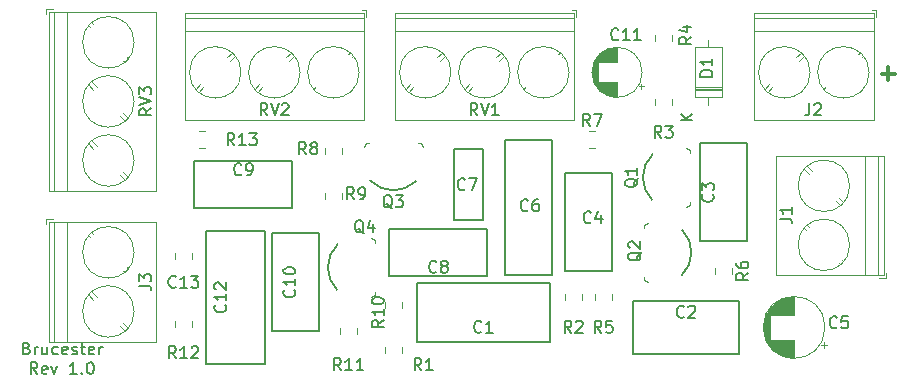
<source format=gto>
G04 #@! TF.GenerationSoftware,KiCad,Pcbnew,(5.1.0-0)*
G04 #@! TF.CreationDate,2019-04-22T20:51:24-05:00*
G04 #@! TF.ProjectId,Brucester,42727563-6573-4746-9572-2e6b69636164,rev?*
G04 #@! TF.SameCoordinates,Original*
G04 #@! TF.FileFunction,Legend,Top*
G04 #@! TF.FilePolarity,Positive*
%FSLAX46Y46*%
G04 Gerber Fmt 4.6, Leading zero omitted, Abs format (unit mm)*
G04 Created by KiCad (PCBNEW (5.1.0-0)) date 2019-04-22 20:51:24*
%MOMM*%
%LPD*%
G04 APERTURE LIST*
%ADD10C,0.150000*%
%ADD11C,0.300000*%
%ADD12C,0.200000*%
%ADD13C,0.120000*%
%ADD14C,0.100000*%
G04 APERTURE END LIST*
D10*
X128341809Y-106545571D02*
X128484666Y-106593190D01*
X128532285Y-106640809D01*
X128579904Y-106736047D01*
X128579904Y-106878904D01*
X128532285Y-106974142D01*
X128484666Y-107021761D01*
X128389428Y-107069380D01*
X128008476Y-107069380D01*
X128008476Y-106069380D01*
X128341809Y-106069380D01*
X128437047Y-106117000D01*
X128484666Y-106164619D01*
X128532285Y-106259857D01*
X128532285Y-106355095D01*
X128484666Y-106450333D01*
X128437047Y-106497952D01*
X128341809Y-106545571D01*
X128008476Y-106545571D01*
X129008476Y-107069380D02*
X129008476Y-106402714D01*
X129008476Y-106593190D02*
X129056095Y-106497952D01*
X129103714Y-106450333D01*
X129198952Y-106402714D01*
X129294190Y-106402714D01*
X130056095Y-106402714D02*
X130056095Y-107069380D01*
X129627523Y-106402714D02*
X129627523Y-106926523D01*
X129675142Y-107021761D01*
X129770380Y-107069380D01*
X129913238Y-107069380D01*
X130008476Y-107021761D01*
X130056095Y-106974142D01*
X130960857Y-107021761D02*
X130865619Y-107069380D01*
X130675142Y-107069380D01*
X130579904Y-107021761D01*
X130532285Y-106974142D01*
X130484666Y-106878904D01*
X130484666Y-106593190D01*
X130532285Y-106497952D01*
X130579904Y-106450333D01*
X130675142Y-106402714D01*
X130865619Y-106402714D01*
X130960857Y-106450333D01*
X131770380Y-107021761D02*
X131675142Y-107069380D01*
X131484666Y-107069380D01*
X131389428Y-107021761D01*
X131341809Y-106926523D01*
X131341809Y-106545571D01*
X131389428Y-106450333D01*
X131484666Y-106402714D01*
X131675142Y-106402714D01*
X131770380Y-106450333D01*
X131818000Y-106545571D01*
X131818000Y-106640809D01*
X131341809Y-106736047D01*
X132198952Y-107021761D02*
X132294190Y-107069380D01*
X132484666Y-107069380D01*
X132579904Y-107021761D01*
X132627523Y-106926523D01*
X132627523Y-106878904D01*
X132579904Y-106783666D01*
X132484666Y-106736047D01*
X132341809Y-106736047D01*
X132246571Y-106688428D01*
X132198952Y-106593190D01*
X132198952Y-106545571D01*
X132246571Y-106450333D01*
X132341809Y-106402714D01*
X132484666Y-106402714D01*
X132579904Y-106450333D01*
X132913238Y-106402714D02*
X133294190Y-106402714D01*
X133056095Y-106069380D02*
X133056095Y-106926523D01*
X133103714Y-107021761D01*
X133198952Y-107069380D01*
X133294190Y-107069380D01*
X134008476Y-107021761D02*
X133913238Y-107069380D01*
X133722761Y-107069380D01*
X133627523Y-107021761D01*
X133579904Y-106926523D01*
X133579904Y-106545571D01*
X133627523Y-106450333D01*
X133722761Y-106402714D01*
X133913238Y-106402714D01*
X134008476Y-106450333D01*
X134056095Y-106545571D01*
X134056095Y-106640809D01*
X133579904Y-106736047D01*
X134484666Y-107069380D02*
X134484666Y-106402714D01*
X134484666Y-106593190D02*
X134532285Y-106497952D01*
X134579904Y-106450333D01*
X134675142Y-106402714D01*
X134770380Y-106402714D01*
X129246571Y-108719380D02*
X128913238Y-108243190D01*
X128675142Y-108719380D02*
X128675142Y-107719380D01*
X129056095Y-107719380D01*
X129151333Y-107767000D01*
X129198952Y-107814619D01*
X129246571Y-107909857D01*
X129246571Y-108052714D01*
X129198952Y-108147952D01*
X129151333Y-108195571D01*
X129056095Y-108243190D01*
X128675142Y-108243190D01*
X130056095Y-108671761D02*
X129960857Y-108719380D01*
X129770380Y-108719380D01*
X129675142Y-108671761D01*
X129627523Y-108576523D01*
X129627523Y-108195571D01*
X129675142Y-108100333D01*
X129770380Y-108052714D01*
X129960857Y-108052714D01*
X130056095Y-108100333D01*
X130103714Y-108195571D01*
X130103714Y-108290809D01*
X129627523Y-108386047D01*
X130437047Y-108052714D02*
X130675142Y-108719380D01*
X130913238Y-108052714D01*
X132579904Y-108719380D02*
X132008476Y-108719380D01*
X132294190Y-108719380D02*
X132294190Y-107719380D01*
X132198952Y-107862238D01*
X132103714Y-107957476D01*
X132008476Y-108005095D01*
X133008476Y-108624142D02*
X133056095Y-108671761D01*
X133008476Y-108719380D01*
X132960857Y-108671761D01*
X133008476Y-108624142D01*
X133008476Y-108719380D01*
X133675142Y-107719380D02*
X133770380Y-107719380D01*
X133865619Y-107767000D01*
X133913238Y-107814619D01*
X133960857Y-107909857D01*
X134008476Y-108100333D01*
X134008476Y-108338428D01*
X133960857Y-108528904D01*
X133913238Y-108624142D01*
X133865619Y-108671761D01*
X133770380Y-108719380D01*
X133675142Y-108719380D01*
X133579904Y-108671761D01*
X133532285Y-108624142D01*
X133484666Y-108528904D01*
X133437047Y-108338428D01*
X133437047Y-108100333D01*
X133484666Y-107909857D01*
X133532285Y-107814619D01*
X133579904Y-107767000D01*
X133675142Y-107719380D01*
D11*
X200723571Y-83292142D02*
X201866428Y-83292142D01*
X201295000Y-83863571D02*
X201295000Y-82720714D01*
D12*
X172630000Y-106005000D02*
X172630000Y-101005000D01*
X161380000Y-106005000D02*
X161380000Y-101005000D01*
X172630000Y-106005000D02*
X161380000Y-106005000D01*
X172630000Y-101005000D02*
X161380000Y-101005000D01*
X188650000Y-102525000D02*
X188650000Y-107025000D01*
X179650000Y-102525000D02*
X179650000Y-107025000D01*
X188650000Y-107025000D02*
X179650000Y-107025000D01*
X188650000Y-102525000D02*
X179650000Y-102525000D01*
X189325000Y-97485000D02*
X185325000Y-97495000D01*
X185325000Y-97495000D02*
X185325000Y-89195000D01*
X189325000Y-89195000D02*
X185325000Y-89195000D01*
X189325000Y-89195000D02*
X189325000Y-97495000D01*
X177895000Y-91735000D02*
X177895000Y-100035000D01*
X177895000Y-91735000D02*
X173895000Y-91735000D01*
X173895000Y-100035000D02*
X173895000Y-91735000D01*
X177895000Y-100025000D02*
X173895000Y-100035000D01*
D13*
X195930000Y-104775000D02*
G75*
G03X195930000Y-104775000I-2620000J0D01*
G01*
X193310000Y-103735000D02*
X193310000Y-102195000D01*
X193310000Y-107355000D02*
X193310000Y-105815000D01*
X193270000Y-103735000D02*
X193270000Y-102195000D01*
X193270000Y-107355000D02*
X193270000Y-105815000D01*
X193230000Y-107354000D02*
X193230000Y-105815000D01*
X193230000Y-103735000D02*
X193230000Y-102196000D01*
X193190000Y-107353000D02*
X193190000Y-105815000D01*
X193190000Y-103735000D02*
X193190000Y-102197000D01*
X193150000Y-107351000D02*
X193150000Y-105815000D01*
X193150000Y-103735000D02*
X193150000Y-102199000D01*
X193110000Y-107348000D02*
X193110000Y-105815000D01*
X193110000Y-103735000D02*
X193110000Y-102202000D01*
X193070000Y-107344000D02*
X193070000Y-105815000D01*
X193070000Y-103735000D02*
X193070000Y-102206000D01*
X193030000Y-107340000D02*
X193030000Y-105815000D01*
X193030000Y-103735000D02*
X193030000Y-102210000D01*
X192990000Y-107336000D02*
X192990000Y-105815000D01*
X192990000Y-103735000D02*
X192990000Y-102214000D01*
X192950000Y-107331000D02*
X192950000Y-105815000D01*
X192950000Y-103735000D02*
X192950000Y-102219000D01*
X192910000Y-107325000D02*
X192910000Y-105815000D01*
X192910000Y-103735000D02*
X192910000Y-102225000D01*
X192870000Y-107318000D02*
X192870000Y-105815000D01*
X192870000Y-103735000D02*
X192870000Y-102232000D01*
X192830000Y-107311000D02*
X192830000Y-105815000D01*
X192830000Y-103735000D02*
X192830000Y-102239000D01*
X192790000Y-107303000D02*
X192790000Y-105815000D01*
X192790000Y-103735000D02*
X192790000Y-102247000D01*
X192750000Y-107295000D02*
X192750000Y-105815000D01*
X192750000Y-103735000D02*
X192750000Y-102255000D01*
X192710000Y-107286000D02*
X192710000Y-105815000D01*
X192710000Y-103735000D02*
X192710000Y-102264000D01*
X192670000Y-107276000D02*
X192670000Y-105815000D01*
X192670000Y-103735000D02*
X192670000Y-102274000D01*
X192630000Y-107266000D02*
X192630000Y-105815000D01*
X192630000Y-103735000D02*
X192630000Y-102284000D01*
X192589000Y-107255000D02*
X192589000Y-105815000D01*
X192589000Y-103735000D02*
X192589000Y-102295000D01*
X192549000Y-107243000D02*
X192549000Y-105815000D01*
X192549000Y-103735000D02*
X192549000Y-102307000D01*
X192509000Y-107230000D02*
X192509000Y-105815000D01*
X192509000Y-103735000D02*
X192509000Y-102320000D01*
X192469000Y-107217000D02*
X192469000Y-105815000D01*
X192469000Y-103735000D02*
X192469000Y-102333000D01*
X192429000Y-107203000D02*
X192429000Y-105815000D01*
X192429000Y-103735000D02*
X192429000Y-102347000D01*
X192389000Y-107189000D02*
X192389000Y-105815000D01*
X192389000Y-103735000D02*
X192389000Y-102361000D01*
X192349000Y-107173000D02*
X192349000Y-105815000D01*
X192349000Y-103735000D02*
X192349000Y-102377000D01*
X192309000Y-107157000D02*
X192309000Y-105815000D01*
X192309000Y-103735000D02*
X192309000Y-102393000D01*
X192269000Y-107140000D02*
X192269000Y-105815000D01*
X192269000Y-103735000D02*
X192269000Y-102410000D01*
X192229000Y-107123000D02*
X192229000Y-105815000D01*
X192229000Y-103735000D02*
X192229000Y-102427000D01*
X192189000Y-107104000D02*
X192189000Y-105815000D01*
X192189000Y-103735000D02*
X192189000Y-102446000D01*
X192149000Y-107085000D02*
X192149000Y-105815000D01*
X192149000Y-103735000D02*
X192149000Y-102465000D01*
X192109000Y-107065000D02*
X192109000Y-105815000D01*
X192109000Y-103735000D02*
X192109000Y-102485000D01*
X192069000Y-107043000D02*
X192069000Y-105815000D01*
X192069000Y-103735000D02*
X192069000Y-102507000D01*
X192029000Y-107022000D02*
X192029000Y-105815000D01*
X192029000Y-103735000D02*
X192029000Y-102528000D01*
X191989000Y-106999000D02*
X191989000Y-105815000D01*
X191989000Y-103735000D02*
X191989000Y-102551000D01*
X191949000Y-106975000D02*
X191949000Y-105815000D01*
X191949000Y-103735000D02*
X191949000Y-102575000D01*
X191909000Y-106950000D02*
X191909000Y-105815000D01*
X191909000Y-103735000D02*
X191909000Y-102600000D01*
X191869000Y-106924000D02*
X191869000Y-105815000D01*
X191869000Y-103735000D02*
X191869000Y-102626000D01*
X191829000Y-106897000D02*
X191829000Y-105815000D01*
X191829000Y-103735000D02*
X191829000Y-102653000D01*
X191789000Y-106870000D02*
X191789000Y-105815000D01*
X191789000Y-103735000D02*
X191789000Y-102680000D01*
X191749000Y-106840000D02*
X191749000Y-105815000D01*
X191749000Y-103735000D02*
X191749000Y-102710000D01*
X191709000Y-106810000D02*
X191709000Y-105815000D01*
X191709000Y-103735000D02*
X191709000Y-102740000D01*
X191669000Y-106779000D02*
X191669000Y-105815000D01*
X191669000Y-103735000D02*
X191669000Y-102771000D01*
X191629000Y-106746000D02*
X191629000Y-105815000D01*
X191629000Y-103735000D02*
X191629000Y-102804000D01*
X191589000Y-106712000D02*
X191589000Y-105815000D01*
X191589000Y-103735000D02*
X191589000Y-102838000D01*
X191549000Y-106676000D02*
X191549000Y-105815000D01*
X191549000Y-103735000D02*
X191549000Y-102874000D01*
X191509000Y-106639000D02*
X191509000Y-105815000D01*
X191509000Y-103735000D02*
X191509000Y-102911000D01*
X191469000Y-106601000D02*
X191469000Y-105815000D01*
X191469000Y-103735000D02*
X191469000Y-102949000D01*
X191429000Y-106560000D02*
X191429000Y-105815000D01*
X191429000Y-103735000D02*
X191429000Y-102990000D01*
X191389000Y-106518000D02*
X191389000Y-105815000D01*
X191389000Y-103735000D02*
X191389000Y-103032000D01*
X191349000Y-106474000D02*
X191349000Y-105815000D01*
X191349000Y-103735000D02*
X191349000Y-103076000D01*
X191309000Y-106428000D02*
X191309000Y-105815000D01*
X191309000Y-103735000D02*
X191309000Y-103122000D01*
X191269000Y-106380000D02*
X191269000Y-103170000D01*
X191229000Y-106329000D02*
X191229000Y-103221000D01*
X191189000Y-106275000D02*
X191189000Y-103275000D01*
X191149000Y-106218000D02*
X191149000Y-103332000D01*
X191109000Y-106158000D02*
X191109000Y-103392000D01*
X191069000Y-106094000D02*
X191069000Y-103456000D01*
X191029000Y-106026000D02*
X191029000Y-103524000D01*
X190989000Y-105953000D02*
X190989000Y-103597000D01*
X190949000Y-105873000D02*
X190949000Y-103677000D01*
X190909000Y-105786000D02*
X190909000Y-103764000D01*
X190869000Y-105690000D02*
X190869000Y-103860000D01*
X190829000Y-105580000D02*
X190829000Y-103970000D01*
X190789000Y-105452000D02*
X190789000Y-104098000D01*
X190749000Y-105293000D02*
X190749000Y-104257000D01*
X190709000Y-105059000D02*
X190709000Y-104491000D01*
X196114775Y-106250000D02*
X195614775Y-106250000D01*
X195864775Y-106500000D02*
X195864775Y-106000000D01*
D12*
X172815000Y-100315000D02*
X168815000Y-100315000D01*
X172815000Y-88915000D02*
X168815000Y-88915000D01*
X168815000Y-100315000D02*
X168815000Y-88915000D01*
X172815000Y-100315000D02*
X172815000Y-88915000D01*
X164485000Y-95710000D02*
X166985000Y-95710000D01*
X164485000Y-89710000D02*
X166985000Y-89710000D01*
X164485000Y-89710000D02*
X164485000Y-95710000D01*
X166985000Y-89710000D02*
X166985000Y-95710000D01*
X159055000Y-100425000D02*
X159045000Y-96425000D01*
X159045000Y-96425000D02*
X167345000Y-96425000D01*
X167345000Y-100425000D02*
X167345000Y-96425000D01*
X167345000Y-100425000D02*
X159045000Y-100425000D01*
X142545000Y-94710000D02*
X142535000Y-90710000D01*
X142535000Y-90710000D02*
X150835000Y-90710000D01*
X150835000Y-94710000D02*
X150835000Y-90710000D01*
X150835000Y-94710000D02*
X142535000Y-94710000D01*
X153130000Y-96815000D02*
X153130000Y-105115000D01*
X153130000Y-96815000D02*
X149130000Y-96815000D01*
X149130000Y-105115000D02*
X149130000Y-96815000D01*
X153130000Y-105105000D02*
X149130000Y-105115000D01*
D13*
X180440000Y-83185000D02*
G75*
G03X180440000Y-83185000I-2120000J0D01*
G01*
X178320000Y-82345000D02*
X178320000Y-81105000D01*
X178320000Y-85265000D02*
X178320000Y-84025000D01*
X178280000Y-82345000D02*
X178280000Y-81105000D01*
X178280000Y-85265000D02*
X178280000Y-84025000D01*
X178240000Y-82345000D02*
X178240000Y-81106000D01*
X178240000Y-85264000D02*
X178240000Y-84025000D01*
X178200000Y-85262000D02*
X178200000Y-84025000D01*
X178200000Y-82345000D02*
X178200000Y-81108000D01*
X178160000Y-85259000D02*
X178160000Y-84025000D01*
X178160000Y-82345000D02*
X178160000Y-81111000D01*
X178120000Y-85256000D02*
X178120000Y-84025000D01*
X178120000Y-82345000D02*
X178120000Y-81114000D01*
X178080000Y-85252000D02*
X178080000Y-84025000D01*
X178080000Y-82345000D02*
X178080000Y-81118000D01*
X178040000Y-85247000D02*
X178040000Y-84025000D01*
X178040000Y-82345000D02*
X178040000Y-81123000D01*
X178000000Y-85241000D02*
X178000000Y-84025000D01*
X178000000Y-82345000D02*
X178000000Y-81129000D01*
X177960000Y-85235000D02*
X177960000Y-84025000D01*
X177960000Y-82345000D02*
X177960000Y-81135000D01*
X177920000Y-85227000D02*
X177920000Y-84025000D01*
X177920000Y-82345000D02*
X177920000Y-81143000D01*
X177880000Y-85219000D02*
X177880000Y-84025000D01*
X177880000Y-82345000D02*
X177880000Y-81151000D01*
X177840000Y-85210000D02*
X177840000Y-84025000D01*
X177840000Y-82345000D02*
X177840000Y-81160000D01*
X177800000Y-85201000D02*
X177800000Y-84025000D01*
X177800000Y-82345000D02*
X177800000Y-81169000D01*
X177760000Y-85190000D02*
X177760000Y-84025000D01*
X177760000Y-82345000D02*
X177760000Y-81180000D01*
X177720000Y-85179000D02*
X177720000Y-84025000D01*
X177720000Y-82345000D02*
X177720000Y-81191000D01*
X177680000Y-85167000D02*
X177680000Y-84025000D01*
X177680000Y-82345000D02*
X177680000Y-81203000D01*
X177640000Y-85153000D02*
X177640000Y-84025000D01*
X177640000Y-82345000D02*
X177640000Y-81217000D01*
X177599000Y-85139000D02*
X177599000Y-84025000D01*
X177599000Y-82345000D02*
X177599000Y-81231000D01*
X177559000Y-85125000D02*
X177559000Y-84025000D01*
X177559000Y-82345000D02*
X177559000Y-81245000D01*
X177519000Y-85109000D02*
X177519000Y-84025000D01*
X177519000Y-82345000D02*
X177519000Y-81261000D01*
X177479000Y-85092000D02*
X177479000Y-84025000D01*
X177479000Y-82345000D02*
X177479000Y-81278000D01*
X177439000Y-85074000D02*
X177439000Y-84025000D01*
X177439000Y-82345000D02*
X177439000Y-81296000D01*
X177399000Y-85055000D02*
X177399000Y-84025000D01*
X177399000Y-82345000D02*
X177399000Y-81315000D01*
X177359000Y-85036000D02*
X177359000Y-84025000D01*
X177359000Y-82345000D02*
X177359000Y-81334000D01*
X177319000Y-85015000D02*
X177319000Y-84025000D01*
X177319000Y-82345000D02*
X177319000Y-81355000D01*
X177279000Y-84993000D02*
X177279000Y-84025000D01*
X177279000Y-82345000D02*
X177279000Y-81377000D01*
X177239000Y-84970000D02*
X177239000Y-84025000D01*
X177239000Y-82345000D02*
X177239000Y-81400000D01*
X177199000Y-84945000D02*
X177199000Y-84025000D01*
X177199000Y-82345000D02*
X177199000Y-81425000D01*
X177159000Y-84920000D02*
X177159000Y-84025000D01*
X177159000Y-82345000D02*
X177159000Y-81450000D01*
X177119000Y-84893000D02*
X177119000Y-84025000D01*
X177119000Y-82345000D02*
X177119000Y-81477000D01*
X177079000Y-84865000D02*
X177079000Y-84025000D01*
X177079000Y-82345000D02*
X177079000Y-81505000D01*
X177039000Y-84835000D02*
X177039000Y-84025000D01*
X177039000Y-82345000D02*
X177039000Y-81535000D01*
X176999000Y-84804000D02*
X176999000Y-84025000D01*
X176999000Y-82345000D02*
X176999000Y-81566000D01*
X176959000Y-84772000D02*
X176959000Y-84025000D01*
X176959000Y-82345000D02*
X176959000Y-81598000D01*
X176919000Y-84737000D02*
X176919000Y-84025000D01*
X176919000Y-82345000D02*
X176919000Y-81633000D01*
X176879000Y-84701000D02*
X176879000Y-84025000D01*
X176879000Y-82345000D02*
X176879000Y-81669000D01*
X176839000Y-84663000D02*
X176839000Y-84025000D01*
X176839000Y-82345000D02*
X176839000Y-81707000D01*
X176799000Y-84623000D02*
X176799000Y-84025000D01*
X176799000Y-82345000D02*
X176799000Y-81747000D01*
X176759000Y-84581000D02*
X176759000Y-84025000D01*
X176759000Y-82345000D02*
X176759000Y-81789000D01*
X176719000Y-84536000D02*
X176719000Y-81834000D01*
X176679000Y-84489000D02*
X176679000Y-81881000D01*
X176639000Y-84439000D02*
X176639000Y-81931000D01*
X176599000Y-84385000D02*
X176599000Y-81985000D01*
X176559000Y-84327000D02*
X176559000Y-82043000D01*
X176519000Y-84265000D02*
X176519000Y-82105000D01*
X176479000Y-84198000D02*
X176479000Y-82172000D01*
X176439000Y-84125000D02*
X176439000Y-82245000D01*
X176399000Y-84044000D02*
X176399000Y-82326000D01*
X176359000Y-83953000D02*
X176359000Y-82417000D01*
X176319000Y-83849000D02*
X176319000Y-82521000D01*
X176279000Y-83722000D02*
X176279000Y-82648000D01*
X176239000Y-83555000D02*
X176239000Y-82815000D01*
X180589801Y-84380000D02*
X180189801Y-84380000D01*
X180389801Y-84580000D02*
X180389801Y-84180000D01*
D12*
X143550000Y-96610000D02*
X143550000Y-107860000D01*
X148550000Y-96610000D02*
X148550000Y-107860000D01*
X148550000Y-107860000D02*
X143550000Y-107860000D01*
X148550000Y-96610000D02*
X143550000Y-96610000D01*
D13*
X142315000Y-98498922D02*
X142315000Y-99016078D01*
X140895000Y-98498922D02*
X140895000Y-99016078D01*
X184935000Y-85305000D02*
X187175000Y-85305000D01*
X187175000Y-85305000D02*
X187175000Y-81065000D01*
X187175000Y-81065000D02*
X184935000Y-81065000D01*
X184935000Y-81065000D02*
X184935000Y-85305000D01*
X186055000Y-85955000D02*
X186055000Y-85305000D01*
X186055000Y-80415000D02*
X186055000Y-81065000D01*
X184935000Y-84585000D02*
X187175000Y-84585000D01*
X184935000Y-84465000D02*
X187175000Y-84465000D01*
X184935000Y-84705000D02*
X187175000Y-84705000D01*
X201134000Y-100590000D02*
X201134000Y-100190000D01*
X200494000Y-100590000D02*
X201134000Y-100590000D01*
X196826000Y-94048000D02*
X197222000Y-94443000D01*
X194180000Y-91402000D02*
X194560000Y-91782000D01*
X197108000Y-93797000D02*
X197488000Y-94177000D01*
X194446000Y-91136000D02*
X194842000Y-91531000D01*
X197115000Y-99338000D02*
X197222000Y-99444000D01*
X194180000Y-96402000D02*
X194287000Y-96509000D01*
X197381000Y-99072000D02*
X197488000Y-99178000D01*
X194446000Y-96136000D02*
X194553000Y-96243000D01*
X191774000Y-90230000D02*
X200894000Y-90230000D01*
X191774000Y-100350000D02*
X200894000Y-100350000D01*
X200894000Y-100350000D02*
X200894000Y-90230000D01*
X191774000Y-100350000D02*
X191774000Y-90230000D01*
X199334000Y-100350000D02*
X199334000Y-90230000D01*
X200434000Y-100350000D02*
X200434000Y-90230000D01*
X198014000Y-92790000D02*
G75*
G03X198014000Y-92790000I-2180000J0D01*
G01*
X198014000Y-97790000D02*
G75*
G03X198014000Y-97790000I-2180000J0D01*
G01*
X199665000Y-83185000D02*
G75*
G03X199665000Y-83185000I-2180000J0D01*
G01*
X194665000Y-83185000D02*
G75*
G03X194665000Y-83185000I-2180000J0D01*
G01*
X200045000Y-78585000D02*
X189925000Y-78585000D01*
X200045000Y-79685000D02*
X189925000Y-79685000D01*
X200045000Y-87245000D02*
X189925000Y-87245000D01*
X200045000Y-78125000D02*
X189925000Y-78125000D01*
X200045000Y-87245000D02*
X200045000Y-78125000D01*
X189925000Y-87245000D02*
X189925000Y-78125000D01*
X195831000Y-84573000D02*
X195938000Y-84466000D01*
X198767000Y-81638000D02*
X198873000Y-81531000D01*
X196097000Y-84839000D02*
X196204000Y-84732000D01*
X199033000Y-81904000D02*
X199139000Y-81797000D01*
X190831000Y-84573000D02*
X191226000Y-84177000D01*
X193492000Y-81911000D02*
X193872000Y-81531000D01*
X191097000Y-84839000D02*
X191477000Y-84459000D01*
X193743000Y-82193000D02*
X194138000Y-81797000D01*
X200285000Y-78525000D02*
X200285000Y-77885000D01*
X200285000Y-77885000D02*
X199885000Y-77885000D01*
X137435000Y-98425000D02*
G75*
G03X137435000Y-98425000I-2180000J0D01*
G01*
X137435000Y-103425000D02*
G75*
G03X137435000Y-103425000I-2180000J0D01*
G01*
X130655000Y-95865000D02*
X130655000Y-105985000D01*
X131755000Y-95865000D02*
X131755000Y-105985000D01*
X139315000Y-95865000D02*
X139315000Y-105985000D01*
X130195000Y-95865000D02*
X130195000Y-105985000D01*
X139315000Y-95865000D02*
X130195000Y-95865000D01*
X139315000Y-105985000D02*
X130195000Y-105985000D01*
X136643000Y-100079000D02*
X136536000Y-99972000D01*
X133708000Y-97143000D02*
X133601000Y-97037000D01*
X136909000Y-99813000D02*
X136802000Y-99706000D01*
X133974000Y-96877000D02*
X133867000Y-96771000D01*
X136643000Y-105079000D02*
X136247000Y-104684000D01*
X133981000Y-102418000D02*
X133601000Y-102038000D01*
X136909000Y-104813000D02*
X136529000Y-104433000D01*
X134263000Y-102167000D02*
X133867000Y-101772000D01*
X130595000Y-95625000D02*
X129955000Y-95625000D01*
X129955000Y-95625000D02*
X129955000Y-96025000D01*
D14*
X184480000Y-94425000D02*
X184180000Y-94575000D01*
X184480000Y-94125000D02*
X184480000Y-94425000D01*
X184480000Y-89725000D02*
X184480000Y-90025000D01*
X184480000Y-89725000D02*
X184180000Y-89575000D01*
D10*
X181330000Y-90125000D02*
G75*
G03X181280000Y-93975000I1900000J-1950000D01*
G01*
X183795000Y-100375000D02*
G75*
G03X183845000Y-96525000I-1900000J1950000D01*
G01*
D14*
X180645000Y-100775000D02*
X180945000Y-100925000D01*
X180645000Y-100775000D02*
X180645000Y-100475000D01*
X180645000Y-96375000D02*
X180645000Y-96075000D01*
X180645000Y-96075000D02*
X180945000Y-95925000D01*
X161735000Y-89205000D02*
X161885000Y-89505000D01*
X161435000Y-89205000D02*
X161735000Y-89205000D01*
X157035000Y-89205000D02*
X157335000Y-89205000D01*
X157035000Y-89205000D02*
X156885000Y-89505000D01*
D10*
X157435000Y-92355000D02*
G75*
G03X161285000Y-92405000I1950000J1900000D01*
G01*
X154660000Y-97745000D02*
G75*
G03X154610000Y-101595000I1900000J-1950000D01*
G01*
D14*
X157810000Y-97345000D02*
X157510000Y-97195000D01*
X157810000Y-97345000D02*
X157810000Y-97645000D01*
X157810000Y-101745000D02*
X157810000Y-102045000D01*
X157810000Y-102045000D02*
X157510000Y-102195000D01*
D13*
X160095000Y-106421422D02*
X160095000Y-106938578D01*
X158675000Y-106421422D02*
X158675000Y-106938578D01*
X175335000Y-102493578D02*
X175335000Y-101976422D01*
X173915000Y-102493578D02*
X173915000Y-101976422D01*
X181535000Y-85983578D02*
X181535000Y-85466422D01*
X182955000Y-85983578D02*
X182955000Y-85466422D01*
X182955000Y-80571078D02*
X182955000Y-80053922D01*
X181535000Y-80571078D02*
X181535000Y-80053922D01*
X177875000Y-101976422D02*
X177875000Y-102493578D01*
X176455000Y-101976422D02*
X176455000Y-102493578D01*
X186615000Y-99738922D02*
X186615000Y-100256078D01*
X188035000Y-99738922D02*
X188035000Y-100256078D01*
X175938922Y-88190000D02*
X176456078Y-88190000D01*
X175938922Y-89610000D02*
X176456078Y-89610000D01*
X155015000Y-89608922D02*
X155015000Y-90126078D01*
X153595000Y-89608922D02*
X153595000Y-90126078D01*
X153595000Y-93388922D02*
X153595000Y-93906078D01*
X155015000Y-93388922D02*
X155015000Y-93906078D01*
X158675000Y-102611422D02*
X158675000Y-103128578D01*
X160095000Y-102611422D02*
X160095000Y-103128578D01*
X156285000Y-104818922D02*
X156285000Y-105336078D01*
X154865000Y-104818922D02*
X154865000Y-105336078D01*
X142315000Y-104731078D02*
X142315000Y-104213922D01*
X140895000Y-104731078D02*
X140895000Y-104213922D01*
X143436078Y-89610000D02*
X142918922Y-89610000D01*
X143436078Y-88190000D02*
X142918922Y-88190000D01*
X174265000Y-83185000D02*
G75*
G03X174265000Y-83185000I-2180000J0D01*
G01*
X169265000Y-83185000D02*
G75*
G03X169265000Y-83185000I-2180000J0D01*
G01*
X164265000Y-83185000D02*
G75*
G03X164265000Y-83185000I-2180000J0D01*
G01*
X174645000Y-78585000D02*
X159525000Y-78585000D01*
X174645000Y-79685000D02*
X159525000Y-79685000D01*
X174645000Y-87245000D02*
X159525000Y-87245000D01*
X174645000Y-78125000D02*
X159525000Y-78125000D01*
X174645000Y-87245000D02*
X174645000Y-78125000D01*
X159525000Y-87245000D02*
X159525000Y-78125000D01*
X170431000Y-84573000D02*
X170538000Y-84466000D01*
X173367000Y-81638000D02*
X173473000Y-81531000D01*
X170697000Y-84839000D02*
X170804000Y-84732000D01*
X173633000Y-81904000D02*
X173739000Y-81797000D01*
X165431000Y-84573000D02*
X165826000Y-84177000D01*
X168092000Y-81911000D02*
X168472000Y-81531000D01*
X165697000Y-84839000D02*
X166077000Y-84459000D01*
X168343000Y-82193000D02*
X168738000Y-81797000D01*
X160431000Y-84573000D02*
X160826000Y-84177000D01*
X163092000Y-81911000D02*
X163472000Y-81531000D01*
X160697000Y-84839000D02*
X161077000Y-84459000D01*
X163343000Y-82193000D02*
X163738000Y-81797000D01*
X174885000Y-78525000D02*
X174885000Y-77885000D01*
X174885000Y-77885000D02*
X174485000Y-77885000D01*
X157105000Y-77885000D02*
X156705000Y-77885000D01*
X157105000Y-78525000D02*
X157105000Y-77885000D01*
X145563000Y-82193000D02*
X145958000Y-81797000D01*
X142917000Y-84839000D02*
X143297000Y-84459000D01*
X145312000Y-81911000D02*
X145692000Y-81531000D01*
X142651000Y-84573000D02*
X143046000Y-84177000D01*
X150563000Y-82193000D02*
X150958000Y-81797000D01*
X147917000Y-84839000D02*
X148297000Y-84459000D01*
X150312000Y-81911000D02*
X150692000Y-81531000D01*
X147651000Y-84573000D02*
X148046000Y-84177000D01*
X155853000Y-81904000D02*
X155959000Y-81797000D01*
X152917000Y-84839000D02*
X153024000Y-84732000D01*
X155587000Y-81638000D02*
X155693000Y-81531000D01*
X152651000Y-84573000D02*
X152758000Y-84466000D01*
X141745000Y-87245000D02*
X141745000Y-78125000D01*
X156865000Y-87245000D02*
X156865000Y-78125000D01*
X156865000Y-78125000D02*
X141745000Y-78125000D01*
X156865000Y-87245000D02*
X141745000Y-87245000D01*
X156865000Y-79685000D02*
X141745000Y-79685000D01*
X156865000Y-78585000D02*
X141745000Y-78585000D01*
X146485000Y-83185000D02*
G75*
G03X146485000Y-83185000I-2180000J0D01*
G01*
X151485000Y-83185000D02*
G75*
G03X151485000Y-83185000I-2180000J0D01*
G01*
X156485000Y-83185000D02*
G75*
G03X156485000Y-83185000I-2180000J0D01*
G01*
X137435000Y-80645000D02*
G75*
G03X137435000Y-80645000I-2180000J0D01*
G01*
X137435000Y-85645000D02*
G75*
G03X137435000Y-85645000I-2180000J0D01*
G01*
X137435000Y-90645000D02*
G75*
G03X137435000Y-90645000I-2180000J0D01*
G01*
X130655000Y-78085000D02*
X130655000Y-93205000D01*
X131755000Y-78085000D02*
X131755000Y-93205000D01*
X139315000Y-78085000D02*
X139315000Y-93205000D01*
X130195000Y-78085000D02*
X130195000Y-93205000D01*
X139315000Y-78085000D02*
X130195000Y-78085000D01*
X139315000Y-93205000D02*
X130195000Y-93205000D01*
X136643000Y-82299000D02*
X136536000Y-82192000D01*
X133708000Y-79363000D02*
X133601000Y-79257000D01*
X136909000Y-82033000D02*
X136802000Y-81926000D01*
X133974000Y-79097000D02*
X133867000Y-78991000D01*
X136643000Y-87299000D02*
X136247000Y-86904000D01*
X133981000Y-84638000D02*
X133601000Y-84258000D01*
X136909000Y-87033000D02*
X136529000Y-86653000D01*
X134263000Y-84387000D02*
X133867000Y-83992000D01*
X136643000Y-92299000D02*
X136247000Y-91904000D01*
X133981000Y-89638000D02*
X133601000Y-89258000D01*
X136909000Y-92033000D02*
X136529000Y-91653000D01*
X134263000Y-89387000D02*
X133867000Y-88992000D01*
X130595000Y-77845000D02*
X129955000Y-77845000D01*
X129955000Y-77845000D02*
X129955000Y-78245000D01*
D10*
X166838333Y-105132142D02*
X166790714Y-105179761D01*
X166647857Y-105227380D01*
X166552619Y-105227380D01*
X166409761Y-105179761D01*
X166314523Y-105084523D01*
X166266904Y-104989285D01*
X166219285Y-104798809D01*
X166219285Y-104655952D01*
X166266904Y-104465476D01*
X166314523Y-104370238D01*
X166409761Y-104275000D01*
X166552619Y-104227380D01*
X166647857Y-104227380D01*
X166790714Y-104275000D01*
X166838333Y-104322619D01*
X167790714Y-105227380D02*
X167219285Y-105227380D01*
X167505000Y-105227380D02*
X167505000Y-104227380D01*
X167409761Y-104370238D01*
X167314523Y-104465476D01*
X167219285Y-104513095D01*
X183983333Y-103862142D02*
X183935714Y-103909761D01*
X183792857Y-103957380D01*
X183697619Y-103957380D01*
X183554761Y-103909761D01*
X183459523Y-103814523D01*
X183411904Y-103719285D01*
X183364285Y-103528809D01*
X183364285Y-103385952D01*
X183411904Y-103195476D01*
X183459523Y-103100238D01*
X183554761Y-103005000D01*
X183697619Y-102957380D01*
X183792857Y-102957380D01*
X183935714Y-103005000D01*
X183983333Y-103052619D01*
X184364285Y-103052619D02*
X184411904Y-103005000D01*
X184507142Y-102957380D01*
X184745238Y-102957380D01*
X184840476Y-103005000D01*
X184888095Y-103052619D01*
X184935714Y-103147857D01*
X184935714Y-103243095D01*
X184888095Y-103385952D01*
X184316666Y-103957380D01*
X184935714Y-103957380D01*
X186412142Y-93511666D02*
X186459761Y-93559285D01*
X186507380Y-93702142D01*
X186507380Y-93797380D01*
X186459761Y-93940238D01*
X186364523Y-94035476D01*
X186269285Y-94083095D01*
X186078809Y-94130714D01*
X185935952Y-94130714D01*
X185745476Y-94083095D01*
X185650238Y-94035476D01*
X185555000Y-93940238D01*
X185507380Y-93797380D01*
X185507380Y-93702142D01*
X185555000Y-93559285D01*
X185602619Y-93511666D01*
X185507380Y-93178333D02*
X185507380Y-92559285D01*
X185888333Y-92892619D01*
X185888333Y-92749761D01*
X185935952Y-92654523D01*
X185983571Y-92606904D01*
X186078809Y-92559285D01*
X186316904Y-92559285D01*
X186412142Y-92606904D01*
X186459761Y-92654523D01*
X186507380Y-92749761D01*
X186507380Y-93035476D01*
X186459761Y-93130714D01*
X186412142Y-93178333D01*
X176109333Y-95861142D02*
X176061714Y-95908761D01*
X175918857Y-95956380D01*
X175823619Y-95956380D01*
X175680761Y-95908761D01*
X175585523Y-95813523D01*
X175537904Y-95718285D01*
X175490285Y-95527809D01*
X175490285Y-95384952D01*
X175537904Y-95194476D01*
X175585523Y-95099238D01*
X175680761Y-95004000D01*
X175823619Y-94956380D01*
X175918857Y-94956380D01*
X176061714Y-95004000D01*
X176109333Y-95051619D01*
X176966476Y-95289714D02*
X176966476Y-95956380D01*
X176728380Y-94908761D02*
X176490285Y-95623047D01*
X177109333Y-95623047D01*
X196937333Y-104751142D02*
X196889714Y-104798761D01*
X196746857Y-104846380D01*
X196651619Y-104846380D01*
X196508761Y-104798761D01*
X196413523Y-104703523D01*
X196365904Y-104608285D01*
X196318285Y-104417809D01*
X196318285Y-104274952D01*
X196365904Y-104084476D01*
X196413523Y-103989238D01*
X196508761Y-103894000D01*
X196651619Y-103846380D01*
X196746857Y-103846380D01*
X196889714Y-103894000D01*
X196937333Y-103941619D01*
X197842095Y-103846380D02*
X197365904Y-103846380D01*
X197318285Y-104322571D01*
X197365904Y-104274952D01*
X197461142Y-104227333D01*
X197699238Y-104227333D01*
X197794476Y-104274952D01*
X197842095Y-104322571D01*
X197889714Y-104417809D01*
X197889714Y-104655904D01*
X197842095Y-104751142D01*
X197794476Y-104798761D01*
X197699238Y-104846380D01*
X197461142Y-104846380D01*
X197365904Y-104798761D01*
X197318285Y-104751142D01*
X170775333Y-94845142D02*
X170727714Y-94892761D01*
X170584857Y-94940380D01*
X170489619Y-94940380D01*
X170346761Y-94892761D01*
X170251523Y-94797523D01*
X170203904Y-94702285D01*
X170156285Y-94511809D01*
X170156285Y-94368952D01*
X170203904Y-94178476D01*
X170251523Y-94083238D01*
X170346761Y-93988000D01*
X170489619Y-93940380D01*
X170584857Y-93940380D01*
X170727714Y-93988000D01*
X170775333Y-94035619D01*
X171632476Y-93940380D02*
X171442000Y-93940380D01*
X171346761Y-93988000D01*
X171299142Y-94035619D01*
X171203904Y-94178476D01*
X171156285Y-94368952D01*
X171156285Y-94749904D01*
X171203904Y-94845142D01*
X171251523Y-94892761D01*
X171346761Y-94940380D01*
X171537238Y-94940380D01*
X171632476Y-94892761D01*
X171680095Y-94845142D01*
X171727714Y-94749904D01*
X171727714Y-94511809D01*
X171680095Y-94416571D01*
X171632476Y-94368952D01*
X171537238Y-94321333D01*
X171346761Y-94321333D01*
X171251523Y-94368952D01*
X171203904Y-94416571D01*
X171156285Y-94511809D01*
X165441333Y-93067142D02*
X165393714Y-93114761D01*
X165250857Y-93162380D01*
X165155619Y-93162380D01*
X165012761Y-93114761D01*
X164917523Y-93019523D01*
X164869904Y-92924285D01*
X164822285Y-92733809D01*
X164822285Y-92590952D01*
X164869904Y-92400476D01*
X164917523Y-92305238D01*
X165012761Y-92210000D01*
X165155619Y-92162380D01*
X165250857Y-92162380D01*
X165393714Y-92210000D01*
X165441333Y-92257619D01*
X165774666Y-92162380D02*
X166441333Y-92162380D01*
X166012761Y-93162380D01*
X163028333Y-100052142D02*
X162980714Y-100099761D01*
X162837857Y-100147380D01*
X162742619Y-100147380D01*
X162599761Y-100099761D01*
X162504523Y-100004523D01*
X162456904Y-99909285D01*
X162409285Y-99718809D01*
X162409285Y-99575952D01*
X162456904Y-99385476D01*
X162504523Y-99290238D01*
X162599761Y-99195000D01*
X162742619Y-99147380D01*
X162837857Y-99147380D01*
X162980714Y-99195000D01*
X163028333Y-99242619D01*
X163599761Y-99575952D02*
X163504523Y-99528333D01*
X163456904Y-99480714D01*
X163409285Y-99385476D01*
X163409285Y-99337857D01*
X163456904Y-99242619D01*
X163504523Y-99195000D01*
X163599761Y-99147380D01*
X163790238Y-99147380D01*
X163885476Y-99195000D01*
X163933095Y-99242619D01*
X163980714Y-99337857D01*
X163980714Y-99385476D01*
X163933095Y-99480714D01*
X163885476Y-99528333D01*
X163790238Y-99575952D01*
X163599761Y-99575952D01*
X163504523Y-99623571D01*
X163456904Y-99671190D01*
X163409285Y-99766428D01*
X163409285Y-99956904D01*
X163456904Y-100052142D01*
X163504523Y-100099761D01*
X163599761Y-100147380D01*
X163790238Y-100147380D01*
X163885476Y-100099761D01*
X163933095Y-100052142D01*
X163980714Y-99956904D01*
X163980714Y-99766428D01*
X163933095Y-99671190D01*
X163885476Y-99623571D01*
X163790238Y-99575952D01*
X146518333Y-91797142D02*
X146470714Y-91844761D01*
X146327857Y-91892380D01*
X146232619Y-91892380D01*
X146089761Y-91844761D01*
X145994523Y-91749523D01*
X145946904Y-91654285D01*
X145899285Y-91463809D01*
X145899285Y-91320952D01*
X145946904Y-91130476D01*
X145994523Y-91035238D01*
X146089761Y-90940000D01*
X146232619Y-90892380D01*
X146327857Y-90892380D01*
X146470714Y-90940000D01*
X146518333Y-90987619D01*
X146994523Y-91892380D02*
X147185000Y-91892380D01*
X147280238Y-91844761D01*
X147327857Y-91797142D01*
X147423095Y-91654285D01*
X147470714Y-91463809D01*
X147470714Y-91082857D01*
X147423095Y-90987619D01*
X147375476Y-90940000D01*
X147280238Y-90892380D01*
X147089761Y-90892380D01*
X146994523Y-90940000D01*
X146946904Y-90987619D01*
X146899285Y-91082857D01*
X146899285Y-91320952D01*
X146946904Y-91416190D01*
X146994523Y-91463809D01*
X147089761Y-91511428D01*
X147280238Y-91511428D01*
X147375476Y-91463809D01*
X147423095Y-91416190D01*
X147470714Y-91320952D01*
X150979142Y-101607857D02*
X151026761Y-101655476D01*
X151074380Y-101798333D01*
X151074380Y-101893571D01*
X151026761Y-102036428D01*
X150931523Y-102131666D01*
X150836285Y-102179285D01*
X150645809Y-102226904D01*
X150502952Y-102226904D01*
X150312476Y-102179285D01*
X150217238Y-102131666D01*
X150122000Y-102036428D01*
X150074380Y-101893571D01*
X150074380Y-101798333D01*
X150122000Y-101655476D01*
X150169619Y-101607857D01*
X151074380Y-100655476D02*
X151074380Y-101226904D01*
X151074380Y-100941190D02*
X150074380Y-100941190D01*
X150217238Y-101036428D01*
X150312476Y-101131666D01*
X150360095Y-101226904D01*
X150074380Y-100036428D02*
X150074380Y-99941190D01*
X150122000Y-99845952D01*
X150169619Y-99798333D01*
X150264857Y-99750714D01*
X150455333Y-99703095D01*
X150693428Y-99703095D01*
X150883904Y-99750714D01*
X150979142Y-99798333D01*
X151026761Y-99845952D01*
X151074380Y-99941190D01*
X151074380Y-100036428D01*
X151026761Y-100131666D01*
X150979142Y-100179285D01*
X150883904Y-100226904D01*
X150693428Y-100274523D01*
X150455333Y-100274523D01*
X150264857Y-100226904D01*
X150169619Y-100179285D01*
X150122000Y-100131666D01*
X150074380Y-100036428D01*
X178427142Y-80367142D02*
X178379523Y-80414761D01*
X178236666Y-80462380D01*
X178141428Y-80462380D01*
X177998571Y-80414761D01*
X177903333Y-80319523D01*
X177855714Y-80224285D01*
X177808095Y-80033809D01*
X177808095Y-79890952D01*
X177855714Y-79700476D01*
X177903333Y-79605238D01*
X177998571Y-79510000D01*
X178141428Y-79462380D01*
X178236666Y-79462380D01*
X178379523Y-79510000D01*
X178427142Y-79557619D01*
X179379523Y-80462380D02*
X178808095Y-80462380D01*
X179093809Y-80462380D02*
X179093809Y-79462380D01*
X178998571Y-79605238D01*
X178903333Y-79700476D01*
X178808095Y-79748095D01*
X180331904Y-80462380D02*
X179760476Y-80462380D01*
X180046190Y-80462380D02*
X180046190Y-79462380D01*
X179950952Y-79605238D01*
X179855714Y-79700476D01*
X179760476Y-79748095D01*
X145137142Y-102877857D02*
X145184761Y-102925476D01*
X145232380Y-103068333D01*
X145232380Y-103163571D01*
X145184761Y-103306428D01*
X145089523Y-103401666D01*
X144994285Y-103449285D01*
X144803809Y-103496904D01*
X144660952Y-103496904D01*
X144470476Y-103449285D01*
X144375238Y-103401666D01*
X144280000Y-103306428D01*
X144232380Y-103163571D01*
X144232380Y-103068333D01*
X144280000Y-102925476D01*
X144327619Y-102877857D01*
X145232380Y-101925476D02*
X145232380Y-102496904D01*
X145232380Y-102211190D02*
X144232380Y-102211190D01*
X144375238Y-102306428D01*
X144470476Y-102401666D01*
X144518095Y-102496904D01*
X144327619Y-101544523D02*
X144280000Y-101496904D01*
X144232380Y-101401666D01*
X144232380Y-101163571D01*
X144280000Y-101068333D01*
X144327619Y-101020714D01*
X144422857Y-100973095D01*
X144518095Y-100973095D01*
X144660952Y-101020714D01*
X145232380Y-101592142D01*
X145232380Y-100973095D01*
X140962142Y-101322142D02*
X140914523Y-101369761D01*
X140771666Y-101417380D01*
X140676428Y-101417380D01*
X140533571Y-101369761D01*
X140438333Y-101274523D01*
X140390714Y-101179285D01*
X140343095Y-100988809D01*
X140343095Y-100845952D01*
X140390714Y-100655476D01*
X140438333Y-100560238D01*
X140533571Y-100465000D01*
X140676428Y-100417380D01*
X140771666Y-100417380D01*
X140914523Y-100465000D01*
X140962142Y-100512619D01*
X141914523Y-101417380D02*
X141343095Y-101417380D01*
X141628809Y-101417380D02*
X141628809Y-100417380D01*
X141533571Y-100560238D01*
X141438333Y-100655476D01*
X141343095Y-100703095D01*
X142247857Y-100417380D02*
X142866904Y-100417380D01*
X142533571Y-100798333D01*
X142676428Y-100798333D01*
X142771666Y-100845952D01*
X142819285Y-100893571D01*
X142866904Y-100988809D01*
X142866904Y-101226904D01*
X142819285Y-101322142D01*
X142771666Y-101369761D01*
X142676428Y-101417380D01*
X142390714Y-101417380D01*
X142295476Y-101369761D01*
X142247857Y-101322142D01*
X186380380Y-83542095D02*
X185380380Y-83542095D01*
X185380380Y-83304000D01*
X185428000Y-83161142D01*
X185523238Y-83065904D01*
X185618476Y-83018285D01*
X185808952Y-82970666D01*
X185951809Y-82970666D01*
X186142285Y-83018285D01*
X186237523Y-83065904D01*
X186332761Y-83161142D01*
X186380380Y-83304000D01*
X186380380Y-83542095D01*
X186380380Y-82018285D02*
X186380380Y-82589714D01*
X186380380Y-82304000D02*
X185380380Y-82304000D01*
X185523238Y-82399238D01*
X185618476Y-82494476D01*
X185666095Y-82589714D01*
X184707380Y-87256904D02*
X183707380Y-87256904D01*
X184707380Y-86685476D02*
X184135952Y-87114047D01*
X183707380Y-86685476D02*
X184278809Y-87256904D01*
X192111380Y-95583333D02*
X192825666Y-95583333D01*
X192968523Y-95630952D01*
X193063761Y-95726190D01*
X193111380Y-95869047D01*
X193111380Y-95964285D01*
X193111380Y-94583333D02*
X193111380Y-95154761D01*
X193111380Y-94869047D02*
X192111380Y-94869047D01*
X192254238Y-94964285D01*
X192349476Y-95059523D01*
X192397095Y-95154761D01*
X194611666Y-85812380D02*
X194611666Y-86526666D01*
X194564047Y-86669523D01*
X194468809Y-86764761D01*
X194325952Y-86812380D01*
X194230714Y-86812380D01*
X195040238Y-85907619D02*
X195087857Y-85860000D01*
X195183095Y-85812380D01*
X195421190Y-85812380D01*
X195516428Y-85860000D01*
X195564047Y-85907619D01*
X195611666Y-86002857D01*
X195611666Y-86098095D01*
X195564047Y-86240952D01*
X194992619Y-86812380D01*
X195611666Y-86812380D01*
X137882380Y-101258333D02*
X138596666Y-101258333D01*
X138739523Y-101305952D01*
X138834761Y-101401190D01*
X138882380Y-101544047D01*
X138882380Y-101639285D01*
X137882380Y-100877380D02*
X137882380Y-100258333D01*
X138263333Y-100591666D01*
X138263333Y-100448809D01*
X138310952Y-100353571D01*
X138358571Y-100305952D01*
X138453809Y-100258333D01*
X138691904Y-100258333D01*
X138787142Y-100305952D01*
X138834761Y-100353571D01*
X138882380Y-100448809D01*
X138882380Y-100734523D01*
X138834761Y-100829761D01*
X138787142Y-100877380D01*
X180077619Y-92170238D02*
X180030000Y-92265476D01*
X179934761Y-92360714D01*
X179791904Y-92503571D01*
X179744285Y-92598809D01*
X179744285Y-92694047D01*
X179982380Y-92646428D02*
X179934761Y-92741666D01*
X179839523Y-92836904D01*
X179649047Y-92884523D01*
X179315714Y-92884523D01*
X179125238Y-92836904D01*
X179030000Y-92741666D01*
X178982380Y-92646428D01*
X178982380Y-92455952D01*
X179030000Y-92360714D01*
X179125238Y-92265476D01*
X179315714Y-92217857D01*
X179649047Y-92217857D01*
X179839523Y-92265476D01*
X179934761Y-92360714D01*
X179982380Y-92455952D01*
X179982380Y-92646428D01*
X179982380Y-91265476D02*
X179982380Y-91836904D01*
X179982380Y-91551190D02*
X178982380Y-91551190D01*
X179125238Y-91646428D01*
X179220476Y-91741666D01*
X179268095Y-91836904D01*
X180379619Y-98393238D02*
X180332000Y-98488476D01*
X180236761Y-98583714D01*
X180093904Y-98726571D01*
X180046285Y-98821809D01*
X180046285Y-98917047D01*
X180284380Y-98869428D02*
X180236761Y-98964666D01*
X180141523Y-99059904D01*
X179951047Y-99107523D01*
X179617714Y-99107523D01*
X179427238Y-99059904D01*
X179332000Y-98964666D01*
X179284380Y-98869428D01*
X179284380Y-98678952D01*
X179332000Y-98583714D01*
X179427238Y-98488476D01*
X179617714Y-98440857D01*
X179951047Y-98440857D01*
X180141523Y-98488476D01*
X180236761Y-98583714D01*
X180284380Y-98678952D01*
X180284380Y-98869428D01*
X179379619Y-98059904D02*
X179332000Y-98012285D01*
X179284380Y-97917047D01*
X179284380Y-97678952D01*
X179332000Y-97583714D01*
X179379619Y-97536095D01*
X179474857Y-97488476D01*
X179570095Y-97488476D01*
X179712952Y-97536095D01*
X180284380Y-98107523D01*
X180284380Y-97488476D01*
X159289761Y-94702619D02*
X159194523Y-94655000D01*
X159099285Y-94559761D01*
X158956428Y-94416904D01*
X158861190Y-94369285D01*
X158765952Y-94369285D01*
X158813571Y-94607380D02*
X158718333Y-94559761D01*
X158623095Y-94464523D01*
X158575476Y-94274047D01*
X158575476Y-93940714D01*
X158623095Y-93750238D01*
X158718333Y-93655000D01*
X158813571Y-93607380D01*
X159004047Y-93607380D01*
X159099285Y-93655000D01*
X159194523Y-93750238D01*
X159242142Y-93940714D01*
X159242142Y-94274047D01*
X159194523Y-94464523D01*
X159099285Y-94559761D01*
X159004047Y-94607380D01*
X158813571Y-94607380D01*
X159575476Y-93607380D02*
X160194523Y-93607380D01*
X159861190Y-93988333D01*
X160004047Y-93988333D01*
X160099285Y-94035952D01*
X160146904Y-94083571D01*
X160194523Y-94178809D01*
X160194523Y-94416904D01*
X160146904Y-94512142D01*
X160099285Y-94559761D01*
X160004047Y-94607380D01*
X159718333Y-94607380D01*
X159623095Y-94559761D01*
X159575476Y-94512142D01*
X156876761Y-96813619D02*
X156781523Y-96766000D01*
X156686285Y-96670761D01*
X156543428Y-96527904D01*
X156448190Y-96480285D01*
X156352952Y-96480285D01*
X156400571Y-96718380D02*
X156305333Y-96670761D01*
X156210095Y-96575523D01*
X156162476Y-96385047D01*
X156162476Y-96051714D01*
X156210095Y-95861238D01*
X156305333Y-95766000D01*
X156400571Y-95718380D01*
X156591047Y-95718380D01*
X156686285Y-95766000D01*
X156781523Y-95861238D01*
X156829142Y-96051714D01*
X156829142Y-96385047D01*
X156781523Y-96575523D01*
X156686285Y-96670761D01*
X156591047Y-96718380D01*
X156400571Y-96718380D01*
X157686285Y-96051714D02*
X157686285Y-96718380D01*
X157448190Y-95670761D02*
X157210095Y-96385047D01*
X157829142Y-96385047D01*
X161758333Y-108402380D02*
X161425000Y-107926190D01*
X161186904Y-108402380D02*
X161186904Y-107402380D01*
X161567857Y-107402380D01*
X161663095Y-107450000D01*
X161710714Y-107497619D01*
X161758333Y-107592857D01*
X161758333Y-107735714D01*
X161710714Y-107830952D01*
X161663095Y-107878571D01*
X161567857Y-107926190D01*
X161186904Y-107926190D01*
X162710714Y-108402380D02*
X162139285Y-108402380D01*
X162425000Y-108402380D02*
X162425000Y-107402380D01*
X162329761Y-107545238D01*
X162234523Y-107640476D01*
X162139285Y-107688095D01*
X174458333Y-105227380D02*
X174125000Y-104751190D01*
X173886904Y-105227380D02*
X173886904Y-104227380D01*
X174267857Y-104227380D01*
X174363095Y-104275000D01*
X174410714Y-104322619D01*
X174458333Y-104417857D01*
X174458333Y-104560714D01*
X174410714Y-104655952D01*
X174363095Y-104703571D01*
X174267857Y-104751190D01*
X173886904Y-104751190D01*
X174839285Y-104322619D02*
X174886904Y-104275000D01*
X174982142Y-104227380D01*
X175220238Y-104227380D01*
X175315476Y-104275000D01*
X175363095Y-104322619D01*
X175410714Y-104417857D01*
X175410714Y-104513095D01*
X175363095Y-104655952D01*
X174791666Y-105227380D01*
X175410714Y-105227380D01*
X182078333Y-88717380D02*
X181745000Y-88241190D01*
X181506904Y-88717380D02*
X181506904Y-87717380D01*
X181887857Y-87717380D01*
X181983095Y-87765000D01*
X182030714Y-87812619D01*
X182078333Y-87907857D01*
X182078333Y-88050714D01*
X182030714Y-88145952D01*
X181983095Y-88193571D01*
X181887857Y-88241190D01*
X181506904Y-88241190D01*
X182411666Y-87717380D02*
X183030714Y-87717380D01*
X182697380Y-88098333D01*
X182840238Y-88098333D01*
X182935476Y-88145952D01*
X182983095Y-88193571D01*
X183030714Y-88288809D01*
X183030714Y-88526904D01*
X182983095Y-88622142D01*
X182935476Y-88669761D01*
X182840238Y-88717380D01*
X182554523Y-88717380D01*
X182459285Y-88669761D01*
X182411666Y-88622142D01*
X184602380Y-80176666D02*
X184126190Y-80510000D01*
X184602380Y-80748095D02*
X183602380Y-80748095D01*
X183602380Y-80367142D01*
X183650000Y-80271904D01*
X183697619Y-80224285D01*
X183792857Y-80176666D01*
X183935714Y-80176666D01*
X184030952Y-80224285D01*
X184078571Y-80271904D01*
X184126190Y-80367142D01*
X184126190Y-80748095D01*
X183935714Y-79319523D02*
X184602380Y-79319523D01*
X183554761Y-79557619D02*
X184269047Y-79795714D01*
X184269047Y-79176666D01*
X176998333Y-105227380D02*
X176665000Y-104751190D01*
X176426904Y-105227380D02*
X176426904Y-104227380D01*
X176807857Y-104227380D01*
X176903095Y-104275000D01*
X176950714Y-104322619D01*
X176998333Y-104417857D01*
X176998333Y-104560714D01*
X176950714Y-104655952D01*
X176903095Y-104703571D01*
X176807857Y-104751190D01*
X176426904Y-104751190D01*
X177903095Y-104227380D02*
X177426904Y-104227380D01*
X177379285Y-104703571D01*
X177426904Y-104655952D01*
X177522142Y-104608333D01*
X177760238Y-104608333D01*
X177855476Y-104655952D01*
X177903095Y-104703571D01*
X177950714Y-104798809D01*
X177950714Y-105036904D01*
X177903095Y-105132142D01*
X177855476Y-105179761D01*
X177760238Y-105227380D01*
X177522142Y-105227380D01*
X177426904Y-105179761D01*
X177379285Y-105132142D01*
X189427380Y-100164166D02*
X188951190Y-100497500D01*
X189427380Y-100735595D02*
X188427380Y-100735595D01*
X188427380Y-100354642D01*
X188475000Y-100259404D01*
X188522619Y-100211785D01*
X188617857Y-100164166D01*
X188760714Y-100164166D01*
X188855952Y-100211785D01*
X188903571Y-100259404D01*
X188951190Y-100354642D01*
X188951190Y-100735595D01*
X188427380Y-99307023D02*
X188427380Y-99497500D01*
X188475000Y-99592738D01*
X188522619Y-99640357D01*
X188665476Y-99735595D01*
X188855952Y-99783214D01*
X189236904Y-99783214D01*
X189332142Y-99735595D01*
X189379761Y-99687976D01*
X189427380Y-99592738D01*
X189427380Y-99402261D01*
X189379761Y-99307023D01*
X189332142Y-99259404D01*
X189236904Y-99211785D01*
X188998809Y-99211785D01*
X188903571Y-99259404D01*
X188855952Y-99307023D01*
X188808333Y-99402261D01*
X188808333Y-99592738D01*
X188855952Y-99687976D01*
X188903571Y-99735595D01*
X188998809Y-99783214D01*
X176030833Y-87702380D02*
X175697500Y-87226190D01*
X175459404Y-87702380D02*
X175459404Y-86702380D01*
X175840357Y-86702380D01*
X175935595Y-86750000D01*
X175983214Y-86797619D01*
X176030833Y-86892857D01*
X176030833Y-87035714D01*
X175983214Y-87130952D01*
X175935595Y-87178571D01*
X175840357Y-87226190D01*
X175459404Y-87226190D01*
X176364166Y-86702380D02*
X177030833Y-86702380D01*
X176602261Y-87702380D01*
X151979333Y-90114380D02*
X151646000Y-89638190D01*
X151407904Y-90114380D02*
X151407904Y-89114380D01*
X151788857Y-89114380D01*
X151884095Y-89162000D01*
X151931714Y-89209619D01*
X151979333Y-89304857D01*
X151979333Y-89447714D01*
X151931714Y-89542952D01*
X151884095Y-89590571D01*
X151788857Y-89638190D01*
X151407904Y-89638190D01*
X152550761Y-89542952D02*
X152455523Y-89495333D01*
X152407904Y-89447714D01*
X152360285Y-89352476D01*
X152360285Y-89304857D01*
X152407904Y-89209619D01*
X152455523Y-89162000D01*
X152550761Y-89114380D01*
X152741238Y-89114380D01*
X152836476Y-89162000D01*
X152884095Y-89209619D01*
X152931714Y-89304857D01*
X152931714Y-89352476D01*
X152884095Y-89447714D01*
X152836476Y-89495333D01*
X152741238Y-89542952D01*
X152550761Y-89542952D01*
X152455523Y-89590571D01*
X152407904Y-89638190D01*
X152360285Y-89733428D01*
X152360285Y-89923904D01*
X152407904Y-90019142D01*
X152455523Y-90066761D01*
X152550761Y-90114380D01*
X152741238Y-90114380D01*
X152836476Y-90066761D01*
X152884095Y-90019142D01*
X152931714Y-89923904D01*
X152931714Y-89733428D01*
X152884095Y-89638190D01*
X152836476Y-89590571D01*
X152741238Y-89542952D01*
X156043333Y-93924380D02*
X155710000Y-93448190D01*
X155471904Y-93924380D02*
X155471904Y-92924380D01*
X155852857Y-92924380D01*
X155948095Y-92972000D01*
X155995714Y-93019619D01*
X156043333Y-93114857D01*
X156043333Y-93257714D01*
X155995714Y-93352952D01*
X155948095Y-93400571D01*
X155852857Y-93448190D01*
X155471904Y-93448190D01*
X156519523Y-93924380D02*
X156710000Y-93924380D01*
X156805238Y-93876761D01*
X156852857Y-93829142D01*
X156948095Y-93686285D01*
X156995714Y-93495809D01*
X156995714Y-93114857D01*
X156948095Y-93019619D01*
X156900476Y-92972000D01*
X156805238Y-92924380D01*
X156614761Y-92924380D01*
X156519523Y-92972000D01*
X156471904Y-93019619D01*
X156424285Y-93114857D01*
X156424285Y-93352952D01*
X156471904Y-93448190D01*
X156519523Y-93495809D01*
X156614761Y-93543428D01*
X156805238Y-93543428D01*
X156900476Y-93495809D01*
X156948095Y-93448190D01*
X156995714Y-93352952D01*
X158567380Y-104147857D02*
X158091190Y-104481190D01*
X158567380Y-104719285D02*
X157567380Y-104719285D01*
X157567380Y-104338333D01*
X157615000Y-104243095D01*
X157662619Y-104195476D01*
X157757857Y-104147857D01*
X157900714Y-104147857D01*
X157995952Y-104195476D01*
X158043571Y-104243095D01*
X158091190Y-104338333D01*
X158091190Y-104719285D01*
X158567380Y-103195476D02*
X158567380Y-103766904D01*
X158567380Y-103481190D02*
X157567380Y-103481190D01*
X157710238Y-103576428D01*
X157805476Y-103671666D01*
X157853095Y-103766904D01*
X157567380Y-102576428D02*
X157567380Y-102481190D01*
X157615000Y-102385952D01*
X157662619Y-102338333D01*
X157757857Y-102290714D01*
X157948333Y-102243095D01*
X158186428Y-102243095D01*
X158376904Y-102290714D01*
X158472142Y-102338333D01*
X158519761Y-102385952D01*
X158567380Y-102481190D01*
X158567380Y-102576428D01*
X158519761Y-102671666D01*
X158472142Y-102719285D01*
X158376904Y-102766904D01*
X158186428Y-102814523D01*
X157948333Y-102814523D01*
X157757857Y-102766904D01*
X157662619Y-102719285D01*
X157615000Y-102671666D01*
X157567380Y-102576428D01*
X154932142Y-108402380D02*
X154598809Y-107926190D01*
X154360714Y-108402380D02*
X154360714Y-107402380D01*
X154741666Y-107402380D01*
X154836904Y-107450000D01*
X154884523Y-107497619D01*
X154932142Y-107592857D01*
X154932142Y-107735714D01*
X154884523Y-107830952D01*
X154836904Y-107878571D01*
X154741666Y-107926190D01*
X154360714Y-107926190D01*
X155884523Y-108402380D02*
X155313095Y-108402380D01*
X155598809Y-108402380D02*
X155598809Y-107402380D01*
X155503571Y-107545238D01*
X155408333Y-107640476D01*
X155313095Y-107688095D01*
X156836904Y-108402380D02*
X156265476Y-108402380D01*
X156551190Y-108402380D02*
X156551190Y-107402380D01*
X156455952Y-107545238D01*
X156360714Y-107640476D01*
X156265476Y-107688095D01*
X140962142Y-107386380D02*
X140628809Y-106910190D01*
X140390714Y-107386380D02*
X140390714Y-106386380D01*
X140771666Y-106386380D01*
X140866904Y-106434000D01*
X140914523Y-106481619D01*
X140962142Y-106576857D01*
X140962142Y-106719714D01*
X140914523Y-106814952D01*
X140866904Y-106862571D01*
X140771666Y-106910190D01*
X140390714Y-106910190D01*
X141914523Y-107386380D02*
X141343095Y-107386380D01*
X141628809Y-107386380D02*
X141628809Y-106386380D01*
X141533571Y-106529238D01*
X141438333Y-106624476D01*
X141343095Y-106672095D01*
X142295476Y-106481619D02*
X142343095Y-106434000D01*
X142438333Y-106386380D01*
X142676428Y-106386380D01*
X142771666Y-106434000D01*
X142819285Y-106481619D01*
X142866904Y-106576857D01*
X142866904Y-106672095D01*
X142819285Y-106814952D01*
X142247857Y-107386380D01*
X142866904Y-107386380D01*
X145915142Y-89352380D02*
X145581809Y-88876190D01*
X145343714Y-89352380D02*
X145343714Y-88352380D01*
X145724666Y-88352380D01*
X145819904Y-88400000D01*
X145867523Y-88447619D01*
X145915142Y-88542857D01*
X145915142Y-88685714D01*
X145867523Y-88780952D01*
X145819904Y-88828571D01*
X145724666Y-88876190D01*
X145343714Y-88876190D01*
X146867523Y-89352380D02*
X146296095Y-89352380D01*
X146581809Y-89352380D02*
X146581809Y-88352380D01*
X146486571Y-88495238D01*
X146391333Y-88590476D01*
X146296095Y-88638095D01*
X147200857Y-88352380D02*
X147819904Y-88352380D01*
X147486571Y-88733333D01*
X147629428Y-88733333D01*
X147724666Y-88780952D01*
X147772285Y-88828571D01*
X147819904Y-88923809D01*
X147819904Y-89161904D01*
X147772285Y-89257142D01*
X147724666Y-89304761D01*
X147629428Y-89352380D01*
X147343714Y-89352380D01*
X147248476Y-89304761D01*
X147200857Y-89257142D01*
X166489761Y-86812380D02*
X166156428Y-86336190D01*
X165918333Y-86812380D02*
X165918333Y-85812380D01*
X166299285Y-85812380D01*
X166394523Y-85860000D01*
X166442142Y-85907619D01*
X166489761Y-86002857D01*
X166489761Y-86145714D01*
X166442142Y-86240952D01*
X166394523Y-86288571D01*
X166299285Y-86336190D01*
X165918333Y-86336190D01*
X166775476Y-85812380D02*
X167108809Y-86812380D01*
X167442142Y-85812380D01*
X168299285Y-86812380D02*
X167727857Y-86812380D01*
X168013571Y-86812380D02*
X168013571Y-85812380D01*
X167918333Y-85955238D01*
X167823095Y-86050476D01*
X167727857Y-86098095D01*
X148709761Y-86812380D02*
X148376428Y-86336190D01*
X148138333Y-86812380D02*
X148138333Y-85812380D01*
X148519285Y-85812380D01*
X148614523Y-85860000D01*
X148662142Y-85907619D01*
X148709761Y-86002857D01*
X148709761Y-86145714D01*
X148662142Y-86240952D01*
X148614523Y-86288571D01*
X148519285Y-86336190D01*
X148138333Y-86336190D01*
X148995476Y-85812380D02*
X149328809Y-86812380D01*
X149662142Y-85812380D01*
X149947857Y-85907619D02*
X149995476Y-85860000D01*
X150090714Y-85812380D01*
X150328809Y-85812380D01*
X150424047Y-85860000D01*
X150471666Y-85907619D01*
X150519285Y-86002857D01*
X150519285Y-86098095D01*
X150471666Y-86240952D01*
X149900238Y-86812380D01*
X150519285Y-86812380D01*
X138882380Y-86240238D02*
X138406190Y-86573571D01*
X138882380Y-86811666D02*
X137882380Y-86811666D01*
X137882380Y-86430714D01*
X137930000Y-86335476D01*
X137977619Y-86287857D01*
X138072857Y-86240238D01*
X138215714Y-86240238D01*
X138310952Y-86287857D01*
X138358571Y-86335476D01*
X138406190Y-86430714D01*
X138406190Y-86811666D01*
X137882380Y-85954523D02*
X138882380Y-85621190D01*
X137882380Y-85287857D01*
X137882380Y-85049761D02*
X137882380Y-84430714D01*
X138263333Y-84764047D01*
X138263333Y-84621190D01*
X138310952Y-84525952D01*
X138358571Y-84478333D01*
X138453809Y-84430714D01*
X138691904Y-84430714D01*
X138787142Y-84478333D01*
X138834761Y-84525952D01*
X138882380Y-84621190D01*
X138882380Y-84906904D01*
X138834761Y-85002142D01*
X138787142Y-85049761D01*
M02*

</source>
